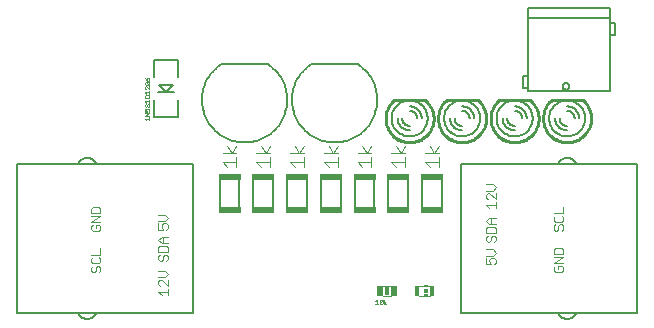
<source format=gto>
G75*
G70*
%OFA0B0*%
%FSLAX24Y24*%
%IPPOS*%
%LPD*%
%AMOC8*
5,1,8,0,0,1.08239X$1,22.5*
%
%ADD10C,0.0100*%
%ADD11C,0.0060*%
%ADD12C,0.0080*%
%ADD13C,0.0050*%
%ADD14C,0.0010*%
%ADD15R,0.0720X0.0230*%
%ADD16C,0.0040*%
%ADD17R,0.0197X0.0374*%
%ADD18R,0.0180X0.0300*%
%ADD19R,0.0157X0.0354*%
%ADD20R,0.0118X0.0059*%
%ADD21R,0.0118X0.0118*%
D10*
X013630Y006655D02*
X013678Y006685D01*
X013723Y006718D01*
X013766Y006754D01*
X013807Y006792D01*
X013844Y006834D01*
X013879Y006878D01*
X013910Y006924D01*
X013939Y006973D01*
X013963Y007023D01*
X013984Y007075D01*
X014002Y007129D01*
X014015Y007183D01*
X014025Y007238D01*
X014031Y007294D01*
X014033Y007350D01*
X013652Y006669D02*
X013604Y006641D01*
X013555Y006617D01*
X013503Y006597D01*
X013451Y006580D01*
X013397Y006567D01*
X013343Y006558D01*
X013288Y006552D01*
X013233Y006550D01*
X013177Y006552D01*
X013120Y006558D01*
X013065Y006568D01*
X013010Y006582D01*
X012957Y006599D01*
X012904Y006621D01*
X012854Y006646D01*
X012433Y007350D02*
X012435Y007404D01*
X012440Y007457D01*
X012449Y007511D01*
X012462Y007563D01*
X012478Y007614D01*
X012498Y007665D01*
X012520Y007714D01*
X012546Y007761D01*
X012576Y007806D01*
X012608Y007849D01*
X012643Y007890D01*
X012681Y007929D01*
X012721Y007965D01*
X012733Y007970D02*
X013733Y007970D01*
X014483Y007970D02*
X015483Y007970D01*
X016233Y007970D02*
X017233Y007970D01*
X017983Y007970D02*
X018983Y007970D01*
X018902Y006669D02*
X018854Y006641D01*
X018805Y006617D01*
X018753Y006597D01*
X018701Y006580D01*
X018647Y006567D01*
X018593Y006558D01*
X018538Y006552D01*
X018483Y006550D01*
X018880Y006655D02*
X018928Y006685D01*
X018973Y006718D01*
X019016Y006754D01*
X019057Y006792D01*
X019094Y006834D01*
X019129Y006878D01*
X019160Y006924D01*
X019189Y006973D01*
X019213Y007023D01*
X019234Y007075D01*
X019252Y007129D01*
X019265Y007183D01*
X019275Y007238D01*
X019281Y007294D01*
X019283Y007350D01*
X018483Y006550D02*
X018427Y006552D01*
X018370Y006558D01*
X018315Y006568D01*
X018260Y006582D01*
X018207Y006599D01*
X018154Y006621D01*
X018104Y006646D01*
X017683Y007350D02*
X017685Y007404D01*
X017690Y007457D01*
X017699Y007511D01*
X017712Y007563D01*
X017728Y007614D01*
X017748Y007665D01*
X017770Y007714D01*
X017796Y007761D01*
X017826Y007806D01*
X017858Y007849D01*
X017893Y007890D01*
X017931Y007929D01*
X017971Y007965D01*
X017683Y007350D02*
X017685Y007296D01*
X017690Y007242D01*
X017699Y007189D01*
X017712Y007136D01*
X017728Y007085D01*
X017748Y007035D01*
X017771Y006986D01*
X017797Y006938D01*
X017826Y006893D01*
X017859Y006850D01*
X017894Y006809D01*
X017932Y006770D01*
X017972Y006734D01*
X018015Y006701D01*
X018060Y006671D01*
X018107Y006644D01*
X019283Y007350D02*
X019281Y007403D01*
X019276Y007457D01*
X019267Y007509D01*
X019255Y007561D01*
X019239Y007612D01*
X019220Y007662D01*
X019197Y007711D01*
X019171Y007758D01*
X019143Y007803D01*
X019111Y007846D01*
X019077Y007886D01*
X019039Y007925D01*
X019000Y007961D01*
X017152Y006669D02*
X017104Y006641D01*
X017055Y006617D01*
X017003Y006597D01*
X016951Y006580D01*
X016897Y006567D01*
X016843Y006558D01*
X016788Y006552D01*
X016733Y006550D01*
X017130Y006655D02*
X017178Y006685D01*
X017223Y006718D01*
X017266Y006754D01*
X017307Y006792D01*
X017344Y006834D01*
X017379Y006878D01*
X017410Y006924D01*
X017439Y006973D01*
X017463Y007023D01*
X017484Y007075D01*
X017502Y007129D01*
X017515Y007183D01*
X017525Y007238D01*
X017531Y007294D01*
X017533Y007350D01*
X016733Y006550D02*
X016677Y006552D01*
X016620Y006558D01*
X016565Y006568D01*
X016510Y006582D01*
X016457Y006599D01*
X016404Y006621D01*
X016354Y006646D01*
X015933Y007350D02*
X015935Y007404D01*
X015940Y007457D01*
X015949Y007511D01*
X015962Y007563D01*
X015978Y007614D01*
X015998Y007665D01*
X016020Y007714D01*
X016046Y007761D01*
X016076Y007806D01*
X016108Y007849D01*
X016143Y007890D01*
X016181Y007929D01*
X016221Y007965D01*
X015933Y007350D02*
X015935Y007296D01*
X015940Y007242D01*
X015949Y007189D01*
X015962Y007136D01*
X015978Y007085D01*
X015998Y007035D01*
X016021Y006986D01*
X016047Y006938D01*
X016076Y006893D01*
X016109Y006850D01*
X016144Y006809D01*
X016182Y006770D01*
X016222Y006734D01*
X016265Y006701D01*
X016310Y006671D01*
X016357Y006644D01*
X017533Y007350D02*
X017531Y007403D01*
X017526Y007457D01*
X017517Y007509D01*
X017505Y007561D01*
X017489Y007612D01*
X017470Y007662D01*
X017447Y007711D01*
X017421Y007758D01*
X017393Y007803D01*
X017361Y007846D01*
X017327Y007886D01*
X017289Y007925D01*
X017250Y007961D01*
X015402Y006669D02*
X015354Y006641D01*
X015305Y006617D01*
X015253Y006597D01*
X015201Y006580D01*
X015147Y006567D01*
X015093Y006558D01*
X015038Y006552D01*
X014983Y006550D01*
X015380Y006655D02*
X015428Y006685D01*
X015473Y006718D01*
X015516Y006754D01*
X015557Y006792D01*
X015594Y006834D01*
X015629Y006878D01*
X015660Y006924D01*
X015689Y006973D01*
X015713Y007023D01*
X015734Y007075D01*
X015752Y007129D01*
X015765Y007183D01*
X015775Y007238D01*
X015781Y007294D01*
X015783Y007350D01*
X014983Y006550D02*
X014927Y006552D01*
X014870Y006558D01*
X014815Y006568D01*
X014760Y006582D01*
X014707Y006599D01*
X014654Y006621D01*
X014604Y006646D01*
X014183Y007350D02*
X014185Y007404D01*
X014190Y007457D01*
X014199Y007511D01*
X014212Y007563D01*
X014228Y007614D01*
X014248Y007665D01*
X014270Y007714D01*
X014296Y007761D01*
X014326Y007806D01*
X014358Y007849D01*
X014393Y007890D01*
X014431Y007929D01*
X014471Y007965D01*
X014183Y007350D02*
X014185Y007296D01*
X014190Y007242D01*
X014199Y007189D01*
X014212Y007136D01*
X014228Y007085D01*
X014248Y007035D01*
X014271Y006986D01*
X014297Y006938D01*
X014326Y006893D01*
X014359Y006850D01*
X014394Y006809D01*
X014432Y006770D01*
X014472Y006734D01*
X014515Y006701D01*
X014560Y006671D01*
X014607Y006644D01*
X015783Y007350D02*
X015781Y007403D01*
X015776Y007457D01*
X015767Y007509D01*
X015755Y007561D01*
X015739Y007612D01*
X015720Y007662D01*
X015697Y007711D01*
X015671Y007758D01*
X015643Y007803D01*
X015611Y007846D01*
X015577Y007886D01*
X015539Y007925D01*
X015500Y007961D01*
X012857Y006644D02*
X012810Y006671D01*
X012765Y006701D01*
X012722Y006734D01*
X012682Y006770D01*
X012644Y006809D01*
X012609Y006850D01*
X012576Y006893D01*
X012547Y006938D01*
X012521Y006986D01*
X012498Y007035D01*
X012478Y007085D01*
X012462Y007136D01*
X012449Y007189D01*
X012440Y007242D01*
X012435Y007296D01*
X012433Y007350D01*
X013750Y007961D02*
X013789Y007925D01*
X013827Y007886D01*
X013861Y007846D01*
X013893Y007803D01*
X013921Y007758D01*
X013947Y007711D01*
X013970Y007662D01*
X013989Y007612D01*
X014005Y007561D01*
X014017Y007509D01*
X014026Y007457D01*
X014031Y007403D01*
X014033Y007350D01*
D11*
X013632Y006902D02*
X013594Y006871D01*
X013554Y006843D01*
X013512Y006819D01*
X013469Y006798D01*
X013423Y006781D01*
X013377Y006768D01*
X013329Y006758D01*
X013281Y006752D01*
X013233Y006750D01*
X012633Y007350D02*
X012635Y007397D01*
X012641Y007445D01*
X012650Y007491D01*
X012663Y007537D01*
X012679Y007581D01*
X012700Y007625D01*
X012723Y007666D01*
X012749Y007705D01*
X012779Y007742D01*
X012812Y007777D01*
X012847Y007809D01*
X012884Y007838D01*
X013833Y007350D02*
X013831Y007305D01*
X013826Y007259D01*
X013818Y007215D01*
X013806Y007171D01*
X013790Y007128D01*
X013772Y007086D01*
X013750Y007046D01*
X013726Y007008D01*
X013699Y006972D01*
X013669Y006937D01*
X013636Y006906D01*
X013601Y006876D01*
X013233Y007950D02*
X013186Y007948D01*
X013139Y007943D01*
X013093Y007933D01*
X013047Y007920D01*
X013003Y007904D01*
X012960Y007884D01*
X012919Y007861D01*
X012880Y007835D01*
X012843Y007806D01*
X013233Y007950D02*
X013279Y007948D01*
X013325Y007943D01*
X013371Y007934D01*
X013415Y007922D01*
X013459Y007906D01*
X013501Y007887D01*
X013542Y007865D01*
X013580Y007839D01*
X013617Y007811D01*
X013233Y007750D02*
X013272Y007748D01*
X013311Y007742D01*
X013349Y007733D01*
X013386Y007720D01*
X013422Y007703D01*
X013455Y007683D01*
X013487Y007659D01*
X013516Y007633D01*
X013542Y007604D01*
X013566Y007572D01*
X013586Y007539D01*
X013603Y007503D01*
X013616Y007466D01*
X013625Y007428D01*
X013631Y007389D01*
X013633Y007350D01*
X013233Y006750D02*
X013187Y006752D01*
X013141Y006757D01*
X013095Y006766D01*
X013051Y006778D01*
X013007Y006794D01*
X012965Y006813D01*
X012924Y006835D01*
X012886Y006861D01*
X012849Y006889D01*
X013833Y007350D02*
X013831Y007395D01*
X013826Y007441D01*
X013818Y007485D01*
X013806Y007529D01*
X013790Y007572D01*
X013772Y007614D01*
X013750Y007654D01*
X013726Y007692D01*
X013699Y007728D01*
X013669Y007763D01*
X013636Y007794D01*
X013601Y007824D01*
X013233Y007600D02*
X013263Y007598D01*
X013293Y007593D01*
X013322Y007584D01*
X013349Y007571D01*
X013375Y007556D01*
X013399Y007537D01*
X013420Y007516D01*
X013439Y007492D01*
X013454Y007466D01*
X013467Y007439D01*
X013476Y007410D01*
X013481Y007380D01*
X013483Y007350D01*
X013233Y006950D02*
X013194Y006952D01*
X013155Y006958D01*
X013117Y006967D01*
X013080Y006980D01*
X013044Y006997D01*
X013011Y007017D01*
X012979Y007041D01*
X012950Y007067D01*
X012924Y007096D01*
X012900Y007128D01*
X012880Y007161D01*
X012863Y007197D01*
X012850Y007234D01*
X012841Y007272D01*
X012835Y007311D01*
X012833Y007350D01*
X012983Y007350D02*
X012985Y007320D01*
X012990Y007290D01*
X012999Y007261D01*
X013012Y007234D01*
X013027Y007208D01*
X013046Y007184D01*
X013067Y007163D01*
X013091Y007144D01*
X013117Y007129D01*
X013144Y007116D01*
X013173Y007107D01*
X013203Y007102D01*
X013233Y007100D01*
X012873Y006870D02*
X012837Y006899D01*
X012803Y006931D01*
X012772Y006966D01*
X012744Y007002D01*
X012719Y007041D01*
X012696Y007082D01*
X012677Y007124D01*
X012661Y007167D01*
X012649Y007212D01*
X012640Y007258D01*
X012635Y007304D01*
X012633Y007350D01*
X014983Y007950D02*
X015029Y007948D01*
X015075Y007943D01*
X015121Y007934D01*
X015165Y007922D01*
X015209Y007906D01*
X015251Y007887D01*
X015292Y007865D01*
X015330Y007839D01*
X015367Y007811D01*
X015382Y006902D02*
X015344Y006871D01*
X015304Y006843D01*
X015262Y006819D01*
X015219Y006798D01*
X015173Y006781D01*
X015127Y006768D01*
X015079Y006758D01*
X015031Y006752D01*
X014983Y006750D01*
X014383Y007350D02*
X014385Y007397D01*
X014391Y007445D01*
X014400Y007491D01*
X014413Y007537D01*
X014429Y007581D01*
X014450Y007625D01*
X014473Y007666D01*
X014499Y007705D01*
X014529Y007742D01*
X014562Y007777D01*
X014597Y007809D01*
X014634Y007838D01*
X015583Y007350D02*
X015581Y007305D01*
X015576Y007259D01*
X015568Y007215D01*
X015556Y007171D01*
X015540Y007128D01*
X015522Y007086D01*
X015500Y007046D01*
X015476Y007008D01*
X015449Y006972D01*
X015419Y006937D01*
X015386Y006906D01*
X015351Y006876D01*
X014983Y007950D02*
X014936Y007948D01*
X014889Y007943D01*
X014843Y007933D01*
X014797Y007920D01*
X014753Y007904D01*
X014710Y007884D01*
X014669Y007861D01*
X014630Y007835D01*
X014593Y007806D01*
X014983Y007750D02*
X015022Y007748D01*
X015061Y007742D01*
X015099Y007733D01*
X015136Y007720D01*
X015172Y007703D01*
X015205Y007683D01*
X015237Y007659D01*
X015266Y007633D01*
X015292Y007604D01*
X015316Y007572D01*
X015336Y007539D01*
X015353Y007503D01*
X015366Y007466D01*
X015375Y007428D01*
X015381Y007389D01*
X015383Y007350D01*
X014983Y006750D02*
X014937Y006752D01*
X014891Y006757D01*
X014845Y006766D01*
X014801Y006778D01*
X014757Y006794D01*
X014715Y006813D01*
X014674Y006835D01*
X014636Y006861D01*
X014599Y006889D01*
X015583Y007350D02*
X015581Y007395D01*
X015576Y007441D01*
X015568Y007485D01*
X015556Y007529D01*
X015540Y007572D01*
X015522Y007614D01*
X015500Y007654D01*
X015476Y007692D01*
X015449Y007728D01*
X015419Y007763D01*
X015386Y007794D01*
X015351Y007824D01*
X014983Y007600D02*
X015013Y007598D01*
X015043Y007593D01*
X015072Y007584D01*
X015099Y007571D01*
X015125Y007556D01*
X015149Y007537D01*
X015170Y007516D01*
X015189Y007492D01*
X015204Y007466D01*
X015217Y007439D01*
X015226Y007410D01*
X015231Y007380D01*
X015233Y007350D01*
X014983Y006950D02*
X014944Y006952D01*
X014905Y006958D01*
X014867Y006967D01*
X014830Y006980D01*
X014794Y006997D01*
X014761Y007017D01*
X014729Y007041D01*
X014700Y007067D01*
X014674Y007096D01*
X014650Y007128D01*
X014630Y007161D01*
X014613Y007197D01*
X014600Y007234D01*
X014591Y007272D01*
X014585Y007311D01*
X014583Y007350D01*
X014733Y007350D02*
X014735Y007320D01*
X014740Y007290D01*
X014749Y007261D01*
X014762Y007234D01*
X014777Y007208D01*
X014796Y007184D01*
X014817Y007163D01*
X014841Y007144D01*
X014867Y007129D01*
X014894Y007116D01*
X014923Y007107D01*
X014953Y007102D01*
X014983Y007100D01*
X014623Y006870D02*
X014587Y006899D01*
X014553Y006931D01*
X014522Y006966D01*
X014494Y007002D01*
X014469Y007041D01*
X014446Y007082D01*
X014427Y007124D01*
X014411Y007167D01*
X014399Y007212D01*
X014390Y007258D01*
X014385Y007304D01*
X014383Y007350D01*
X016733Y007950D02*
X016779Y007948D01*
X016825Y007943D01*
X016871Y007934D01*
X016915Y007922D01*
X016959Y007906D01*
X017001Y007887D01*
X017042Y007865D01*
X017080Y007839D01*
X017117Y007811D01*
X017132Y006902D02*
X017094Y006871D01*
X017054Y006843D01*
X017012Y006819D01*
X016969Y006798D01*
X016923Y006781D01*
X016877Y006768D01*
X016829Y006758D01*
X016781Y006752D01*
X016733Y006750D01*
X016133Y007350D02*
X016135Y007397D01*
X016141Y007445D01*
X016150Y007491D01*
X016163Y007537D01*
X016179Y007581D01*
X016200Y007625D01*
X016223Y007666D01*
X016249Y007705D01*
X016279Y007742D01*
X016312Y007777D01*
X016347Y007809D01*
X016384Y007838D01*
X017333Y007350D02*
X017331Y007305D01*
X017326Y007259D01*
X017318Y007215D01*
X017306Y007171D01*
X017290Y007128D01*
X017272Y007086D01*
X017250Y007046D01*
X017226Y007008D01*
X017199Y006972D01*
X017169Y006937D01*
X017136Y006906D01*
X017101Y006876D01*
X016733Y007950D02*
X016686Y007948D01*
X016639Y007943D01*
X016593Y007933D01*
X016547Y007920D01*
X016503Y007904D01*
X016460Y007884D01*
X016419Y007861D01*
X016380Y007835D01*
X016343Y007806D01*
X016733Y007750D02*
X016772Y007748D01*
X016811Y007742D01*
X016849Y007733D01*
X016886Y007720D01*
X016922Y007703D01*
X016955Y007683D01*
X016987Y007659D01*
X017016Y007633D01*
X017042Y007604D01*
X017066Y007572D01*
X017086Y007539D01*
X017103Y007503D01*
X017116Y007466D01*
X017125Y007428D01*
X017131Y007389D01*
X017133Y007350D01*
X016733Y006750D02*
X016687Y006752D01*
X016641Y006757D01*
X016595Y006766D01*
X016551Y006778D01*
X016507Y006794D01*
X016465Y006813D01*
X016424Y006835D01*
X016386Y006861D01*
X016349Y006889D01*
X017333Y007350D02*
X017331Y007395D01*
X017326Y007441D01*
X017318Y007485D01*
X017306Y007529D01*
X017290Y007572D01*
X017272Y007614D01*
X017250Y007654D01*
X017226Y007692D01*
X017199Y007728D01*
X017169Y007763D01*
X017136Y007794D01*
X017101Y007824D01*
X016733Y007600D02*
X016763Y007598D01*
X016793Y007593D01*
X016822Y007584D01*
X016849Y007571D01*
X016875Y007556D01*
X016899Y007537D01*
X016920Y007516D01*
X016939Y007492D01*
X016954Y007466D01*
X016967Y007439D01*
X016976Y007410D01*
X016981Y007380D01*
X016983Y007350D01*
X016733Y006950D02*
X016694Y006952D01*
X016655Y006958D01*
X016617Y006967D01*
X016580Y006980D01*
X016544Y006997D01*
X016511Y007017D01*
X016479Y007041D01*
X016450Y007067D01*
X016424Y007096D01*
X016400Y007128D01*
X016380Y007161D01*
X016363Y007197D01*
X016350Y007234D01*
X016341Y007272D01*
X016335Y007311D01*
X016333Y007350D01*
X016483Y007350D02*
X016485Y007320D01*
X016490Y007290D01*
X016499Y007261D01*
X016512Y007234D01*
X016527Y007208D01*
X016546Y007184D01*
X016567Y007163D01*
X016591Y007144D01*
X016617Y007129D01*
X016644Y007116D01*
X016673Y007107D01*
X016703Y007102D01*
X016733Y007100D01*
X016373Y006870D02*
X016337Y006899D01*
X016303Y006931D01*
X016272Y006966D01*
X016244Y007002D01*
X016219Y007041D01*
X016196Y007082D01*
X016177Y007124D01*
X016161Y007167D01*
X016149Y007212D01*
X016140Y007258D01*
X016135Y007304D01*
X016133Y007350D01*
X018483Y007950D02*
X018529Y007948D01*
X018575Y007943D01*
X018621Y007934D01*
X018665Y007922D01*
X018709Y007906D01*
X018751Y007887D01*
X018792Y007865D01*
X018830Y007839D01*
X018867Y007811D01*
X018882Y006902D02*
X018844Y006871D01*
X018804Y006843D01*
X018762Y006819D01*
X018719Y006798D01*
X018673Y006781D01*
X018627Y006768D01*
X018579Y006758D01*
X018531Y006752D01*
X018483Y006750D01*
X017883Y007350D02*
X017885Y007397D01*
X017891Y007445D01*
X017900Y007491D01*
X017913Y007537D01*
X017929Y007581D01*
X017950Y007625D01*
X017973Y007666D01*
X017999Y007705D01*
X018029Y007742D01*
X018062Y007777D01*
X018097Y007809D01*
X018134Y007838D01*
X019083Y007350D02*
X019081Y007305D01*
X019076Y007259D01*
X019068Y007215D01*
X019056Y007171D01*
X019040Y007128D01*
X019022Y007086D01*
X019000Y007046D01*
X018976Y007008D01*
X018949Y006972D01*
X018919Y006937D01*
X018886Y006906D01*
X018851Y006876D01*
X018483Y007950D02*
X018436Y007948D01*
X018389Y007943D01*
X018343Y007933D01*
X018297Y007920D01*
X018253Y007904D01*
X018210Y007884D01*
X018169Y007861D01*
X018130Y007835D01*
X018093Y007806D01*
X018483Y007750D02*
X018522Y007748D01*
X018561Y007742D01*
X018599Y007733D01*
X018636Y007720D01*
X018672Y007703D01*
X018705Y007683D01*
X018737Y007659D01*
X018766Y007633D01*
X018792Y007604D01*
X018816Y007572D01*
X018836Y007539D01*
X018853Y007503D01*
X018866Y007466D01*
X018875Y007428D01*
X018881Y007389D01*
X018883Y007350D01*
X018483Y006750D02*
X018437Y006752D01*
X018391Y006757D01*
X018345Y006766D01*
X018301Y006778D01*
X018257Y006794D01*
X018215Y006813D01*
X018174Y006835D01*
X018136Y006861D01*
X018099Y006889D01*
X019083Y007350D02*
X019081Y007395D01*
X019076Y007441D01*
X019068Y007485D01*
X019056Y007529D01*
X019040Y007572D01*
X019022Y007614D01*
X019000Y007654D01*
X018976Y007692D01*
X018949Y007728D01*
X018919Y007763D01*
X018886Y007794D01*
X018851Y007824D01*
X018483Y007600D02*
X018513Y007598D01*
X018543Y007593D01*
X018572Y007584D01*
X018599Y007571D01*
X018625Y007556D01*
X018649Y007537D01*
X018670Y007516D01*
X018689Y007492D01*
X018704Y007466D01*
X018717Y007439D01*
X018726Y007410D01*
X018731Y007380D01*
X018733Y007350D01*
X018483Y006950D02*
X018444Y006952D01*
X018405Y006958D01*
X018367Y006967D01*
X018330Y006980D01*
X018294Y006997D01*
X018261Y007017D01*
X018229Y007041D01*
X018200Y007067D01*
X018174Y007096D01*
X018150Y007128D01*
X018130Y007161D01*
X018113Y007197D01*
X018100Y007234D01*
X018091Y007272D01*
X018085Y007311D01*
X018083Y007350D01*
X018233Y007350D02*
X018235Y007320D01*
X018240Y007290D01*
X018249Y007261D01*
X018262Y007234D01*
X018277Y007208D01*
X018296Y007184D01*
X018317Y007163D01*
X018341Y007144D01*
X018367Y007129D01*
X018394Y007116D01*
X018423Y007107D01*
X018453Y007102D01*
X018483Y007100D01*
X018123Y006870D02*
X018087Y006899D01*
X018053Y006931D01*
X018022Y006966D01*
X017994Y007002D01*
X017969Y007041D01*
X017946Y007082D01*
X017927Y007124D01*
X017911Y007167D01*
X017899Y007212D01*
X017890Y007258D01*
X017885Y007304D01*
X017883Y007350D01*
X014313Y005300D02*
X014313Y004400D01*
X013653Y004400D02*
X013653Y005300D01*
X013188Y005300D02*
X013188Y004400D01*
X012528Y004400D02*
X012528Y005300D01*
X012063Y005300D02*
X012063Y004400D01*
X011403Y004400D02*
X011403Y005300D01*
X010938Y005300D02*
X010938Y004400D01*
X010278Y004400D02*
X010278Y005300D01*
X009813Y005300D02*
X009813Y004400D01*
X009153Y004400D02*
X009153Y005300D01*
X008688Y005300D02*
X008688Y004400D01*
X008028Y004400D02*
X008028Y005300D01*
X007563Y005300D02*
X007563Y004400D01*
X006903Y004400D02*
X006903Y005300D01*
D12*
X002187Y000860D02*
X000140Y000860D01*
X000140Y005840D01*
X002187Y005840D01*
X002778Y005840D01*
X006004Y005840D01*
X006004Y000860D01*
X002187Y000860D01*
X002188Y000860D02*
X002202Y000829D01*
X002220Y000800D01*
X002241Y000773D01*
X002265Y000749D01*
X002291Y000727D01*
X002320Y000708D01*
X002350Y000692D01*
X002382Y000679D01*
X002415Y000670D01*
X002449Y000665D01*
X002483Y000663D01*
X002517Y000665D01*
X002551Y000670D01*
X002584Y000679D01*
X002616Y000692D01*
X002646Y000708D01*
X002675Y000727D01*
X002701Y000749D01*
X002725Y000773D01*
X002746Y000800D01*
X002764Y000829D01*
X002778Y000860D01*
X002778Y005840D02*
X002764Y005871D01*
X002746Y005900D01*
X002725Y005927D01*
X002701Y005951D01*
X002675Y005973D01*
X002646Y005992D01*
X002616Y006008D01*
X002584Y006021D01*
X002551Y006030D01*
X002517Y006035D01*
X002483Y006037D01*
X002449Y006035D01*
X002415Y006030D01*
X002382Y006021D01*
X002350Y006008D01*
X002320Y005992D01*
X002291Y005973D01*
X002265Y005951D01*
X002241Y005927D01*
X002220Y005900D01*
X002202Y005871D01*
X002188Y005840D01*
X004714Y007405D02*
X004714Y007956D01*
X004832Y008232D02*
X005108Y008232D01*
X004871Y008468D01*
X005344Y008468D01*
X005108Y008232D01*
X005383Y008232D01*
X005501Y007956D02*
X005501Y007405D01*
X004714Y007405D01*
X004714Y008744D02*
X004714Y009295D01*
X005501Y009295D01*
X005501Y008744D01*
X014961Y005840D02*
X014961Y000860D01*
X018187Y000860D01*
X018778Y000860D01*
X020825Y000860D01*
X020825Y005840D01*
X018778Y005840D01*
X014961Y005840D01*
X018188Y005840D02*
X018202Y005871D01*
X018220Y005900D01*
X018241Y005927D01*
X018265Y005951D01*
X018291Y005973D01*
X018320Y005992D01*
X018350Y006008D01*
X018382Y006021D01*
X018415Y006030D01*
X018449Y006035D01*
X018483Y006037D01*
X018517Y006035D01*
X018551Y006030D01*
X018584Y006021D01*
X018616Y006008D01*
X018646Y005992D01*
X018675Y005973D01*
X018701Y005951D01*
X018725Y005927D01*
X018746Y005900D01*
X018764Y005871D01*
X018778Y005840D01*
X019921Y008261D02*
X017166Y008261D01*
X017166Y010702D01*
X019921Y010702D01*
X019921Y008261D01*
X017166Y008360D02*
X017008Y008360D01*
X017008Y008754D01*
X017166Y008754D01*
X019921Y010131D02*
X020079Y010131D01*
X020079Y010525D01*
X019921Y010525D01*
X019921Y010702D02*
X019921Y011017D01*
X017166Y011017D01*
X017166Y010702D01*
X018188Y000860D02*
X018202Y000829D01*
X018220Y000800D01*
X018241Y000773D01*
X018265Y000749D01*
X018291Y000727D01*
X018320Y000708D01*
X018350Y000692D01*
X018382Y000679D01*
X018415Y000670D01*
X018449Y000665D01*
X018483Y000663D01*
X018517Y000665D01*
X018551Y000670D01*
X018584Y000679D01*
X018616Y000692D01*
X018646Y000708D01*
X018675Y000727D01*
X018701Y000749D01*
X018725Y000773D01*
X018746Y000800D01*
X018764Y000829D01*
X018778Y000860D01*
D13*
X011521Y009150D02*
X011582Y009106D01*
X011640Y009060D01*
X011697Y009011D01*
X011750Y008959D01*
X011801Y008904D01*
X011849Y008846D01*
X011893Y008786D01*
X011935Y008724D01*
X011973Y008660D01*
X012008Y008594D01*
X012039Y008526D01*
X012066Y008456D01*
X012090Y008385D01*
X012110Y008313D01*
X012127Y008240D01*
X012139Y008167D01*
X012148Y008092D01*
X012152Y008018D01*
X012153Y007943D01*
X012149Y007868D01*
X012142Y007794D01*
X012131Y007720D01*
X012116Y007647D01*
X012097Y007574D01*
X012075Y007503D01*
X012048Y007433D01*
X012018Y007365D01*
X011985Y007298D01*
X011948Y007233D01*
X011908Y007170D01*
X011864Y007109D01*
X011817Y007051D01*
X011767Y006995D01*
X011715Y006942D01*
X011659Y006892D01*
X011602Y006845D01*
X011541Y006800D01*
X011479Y006760D01*
X011414Y006722D01*
X011347Y006688D01*
X011279Y006657D01*
X011210Y006630D01*
X011138Y006607D01*
X011066Y006588D01*
X010993Y006572D01*
X010919Y006560D01*
X010845Y006552D01*
X010770Y006548D01*
X010696Y006548D01*
X010621Y006552D01*
X010547Y006560D01*
X010473Y006572D01*
X010400Y006588D01*
X010328Y006607D01*
X010256Y006630D01*
X010187Y006657D01*
X010119Y006688D01*
X010052Y006722D01*
X009987Y006760D01*
X009925Y006800D01*
X009864Y006845D01*
X009807Y006892D01*
X009751Y006942D01*
X009699Y006995D01*
X009649Y007051D01*
X009602Y007109D01*
X009558Y007170D01*
X009518Y007233D01*
X009481Y007298D01*
X009448Y007365D01*
X009418Y007433D01*
X009391Y007503D01*
X009369Y007574D01*
X009350Y007647D01*
X009335Y007720D01*
X009324Y007794D01*
X009317Y007868D01*
X009313Y007943D01*
X009314Y008018D01*
X009318Y008092D01*
X009327Y008167D01*
X009339Y008240D01*
X009356Y008313D01*
X009376Y008385D01*
X009400Y008456D01*
X009427Y008526D01*
X009458Y008594D01*
X009493Y008660D01*
X009531Y008724D01*
X009573Y008786D01*
X009617Y008846D01*
X009665Y008904D01*
X009716Y008959D01*
X009769Y009011D01*
X009826Y009060D01*
X009884Y009106D01*
X009945Y009150D01*
X009945Y009149D02*
X011520Y009149D01*
X008520Y009149D02*
X006945Y009149D01*
X006945Y009150D02*
X006884Y009106D01*
X006826Y009060D01*
X006769Y009011D01*
X006716Y008959D01*
X006665Y008904D01*
X006617Y008846D01*
X006573Y008786D01*
X006531Y008724D01*
X006493Y008660D01*
X006458Y008594D01*
X006427Y008526D01*
X006400Y008456D01*
X006376Y008385D01*
X006356Y008313D01*
X006339Y008240D01*
X006327Y008167D01*
X006318Y008092D01*
X006314Y008018D01*
X006313Y007943D01*
X006317Y007868D01*
X006324Y007794D01*
X006335Y007720D01*
X006350Y007647D01*
X006369Y007574D01*
X006391Y007503D01*
X006418Y007433D01*
X006448Y007365D01*
X006481Y007298D01*
X006518Y007233D01*
X006558Y007170D01*
X006602Y007109D01*
X006649Y007051D01*
X006699Y006995D01*
X006751Y006942D01*
X006807Y006892D01*
X006864Y006845D01*
X006925Y006800D01*
X006987Y006760D01*
X007052Y006722D01*
X007119Y006688D01*
X007187Y006657D01*
X007256Y006630D01*
X007328Y006607D01*
X007400Y006588D01*
X007473Y006572D01*
X007547Y006560D01*
X007621Y006552D01*
X007696Y006548D01*
X007770Y006548D01*
X007845Y006552D01*
X007919Y006560D01*
X007993Y006572D01*
X008066Y006588D01*
X008138Y006607D01*
X008210Y006630D01*
X008279Y006657D01*
X008347Y006688D01*
X008414Y006722D01*
X008479Y006760D01*
X008541Y006800D01*
X008602Y006845D01*
X008659Y006892D01*
X008715Y006942D01*
X008767Y006995D01*
X008817Y007051D01*
X008864Y007109D01*
X008908Y007170D01*
X008948Y007233D01*
X008985Y007298D01*
X009018Y007365D01*
X009048Y007433D01*
X009075Y007503D01*
X009097Y007574D01*
X009116Y007647D01*
X009131Y007720D01*
X009142Y007794D01*
X009149Y007868D01*
X009153Y007943D01*
X009152Y008018D01*
X009148Y008092D01*
X009139Y008167D01*
X009127Y008240D01*
X009110Y008313D01*
X009090Y008385D01*
X009066Y008456D01*
X009039Y008526D01*
X009008Y008594D01*
X008973Y008660D01*
X008935Y008724D01*
X008893Y008786D01*
X008849Y008846D01*
X008801Y008904D01*
X008750Y008959D01*
X008697Y009011D01*
X008640Y009060D01*
X008582Y009106D01*
X008521Y009150D01*
X018334Y008419D02*
X018336Y008439D01*
X018341Y008459D01*
X018351Y008477D01*
X018363Y008494D01*
X018378Y008508D01*
X018396Y008518D01*
X018415Y008526D01*
X018435Y008530D01*
X018455Y008530D01*
X018475Y008526D01*
X018494Y008518D01*
X018512Y008508D01*
X018527Y008494D01*
X018539Y008477D01*
X018549Y008459D01*
X018554Y008439D01*
X018556Y008419D01*
X018554Y008399D01*
X018549Y008379D01*
X018539Y008361D01*
X018527Y008344D01*
X018512Y008330D01*
X018494Y008320D01*
X018475Y008312D01*
X018455Y008308D01*
X018435Y008308D01*
X018415Y008312D01*
X018396Y008320D01*
X018378Y008330D01*
X018363Y008344D01*
X018351Y008361D01*
X018341Y008379D01*
X018336Y008399D01*
X018334Y008419D01*
D14*
X015999Y005151D02*
X015792Y005151D01*
X015999Y005151D02*
X016103Y005048D01*
X015999Y004944D01*
X015792Y004944D01*
X015844Y004856D02*
X015792Y004805D01*
X015792Y004701D01*
X015844Y004650D01*
X015896Y004856D02*
X016103Y004650D01*
X016103Y004856D01*
X015896Y004856D02*
X015844Y004856D01*
X016103Y004562D02*
X016103Y004355D01*
X016103Y004458D02*
X015792Y004458D01*
X015896Y004355D01*
X015896Y004026D02*
X016103Y004026D01*
X015947Y004026D02*
X015947Y003819D01*
X015896Y003819D02*
X016103Y003819D01*
X016051Y003731D02*
X015844Y003731D01*
X015792Y003680D01*
X015792Y003525D01*
X016103Y003525D01*
X016103Y003680D01*
X016051Y003731D01*
X015896Y003819D02*
X015792Y003923D01*
X015896Y004026D01*
X015844Y003437D02*
X015792Y003385D01*
X015792Y003282D01*
X015844Y003230D01*
X015896Y003230D01*
X015947Y003282D01*
X015947Y003385D01*
X015999Y003437D01*
X016051Y003437D01*
X016103Y003385D01*
X016103Y003282D01*
X016051Y003230D01*
X015999Y002981D02*
X015792Y002981D01*
X015999Y002981D02*
X016103Y002878D01*
X015999Y002775D01*
X015792Y002775D01*
X015792Y002687D02*
X015792Y002480D01*
X015947Y002480D01*
X015896Y002583D01*
X015896Y002635D01*
X015947Y002687D01*
X016051Y002687D01*
X016103Y002635D01*
X016103Y002532D01*
X016051Y002480D01*
X018042Y002525D02*
X018353Y002731D01*
X018042Y002731D01*
X018042Y002819D02*
X018042Y002974D01*
X018094Y003026D01*
X018301Y003026D01*
X018353Y002974D01*
X018353Y002819D01*
X018042Y002819D01*
X018042Y002525D02*
X018353Y002525D01*
X018301Y002437D02*
X018197Y002437D01*
X018197Y002333D01*
X018094Y002230D02*
X018042Y002282D01*
X018042Y002385D01*
X018094Y002437D01*
X018301Y002437D02*
X018353Y002385D01*
X018353Y002282D01*
X018301Y002230D01*
X018094Y002230D01*
X018094Y003605D02*
X018146Y003605D01*
X018197Y003657D01*
X018197Y003760D01*
X018249Y003812D01*
X018301Y003812D01*
X018353Y003760D01*
X018353Y003657D01*
X018301Y003605D01*
X018094Y003605D02*
X018042Y003657D01*
X018042Y003760D01*
X018094Y003812D01*
X018094Y003900D02*
X018301Y003900D01*
X018353Y003951D01*
X018353Y004055D01*
X018301Y004106D01*
X018353Y004194D02*
X018042Y004194D01*
X018094Y004106D02*
X018042Y004055D01*
X018042Y003951D01*
X018094Y003900D01*
X018353Y004194D02*
X018353Y004401D01*
X012457Y001255D02*
X012382Y001205D01*
X012457Y001155D01*
X012382Y001155D02*
X012382Y001305D01*
X012335Y001280D02*
X012235Y001180D01*
X012260Y001155D01*
X012310Y001155D01*
X012335Y001180D01*
X012335Y001280D01*
X012310Y001305D01*
X012260Y001305D01*
X012235Y001280D01*
X012235Y001180D01*
X012188Y001155D02*
X012088Y001155D01*
X012138Y001155D02*
X012138Y001305D01*
X012088Y001255D01*
X005173Y001471D02*
X005173Y001678D01*
X005173Y001766D02*
X004966Y001973D01*
X004914Y001973D01*
X004862Y001921D01*
X004862Y001817D01*
X004914Y001766D01*
X004862Y001574D02*
X005173Y001574D01*
X005173Y001766D02*
X005173Y001973D01*
X005069Y002060D02*
X004862Y002060D01*
X005069Y002060D02*
X005173Y002164D01*
X005069Y002267D01*
X004862Y002267D01*
X004914Y002596D02*
X004966Y002596D01*
X005017Y002648D01*
X005017Y002751D01*
X005069Y002803D01*
X005121Y002803D01*
X005173Y002751D01*
X005173Y002648D01*
X005121Y002596D01*
X004914Y002596D02*
X004862Y002648D01*
X004862Y002751D01*
X004914Y002803D01*
X004862Y002891D02*
X004862Y003046D01*
X004914Y003098D01*
X005121Y003098D01*
X005173Y003046D01*
X005173Y002891D01*
X004862Y002891D01*
X004966Y003185D02*
X004862Y003289D01*
X004966Y003392D01*
X005173Y003392D01*
X005017Y003392D02*
X005017Y003185D01*
X004966Y003185D02*
X005173Y003185D01*
X005121Y003641D02*
X005173Y003692D01*
X005173Y003796D01*
X005121Y003848D01*
X005017Y003848D01*
X004966Y003796D01*
X004966Y003744D01*
X005017Y003641D01*
X004862Y003641D01*
X004862Y003848D01*
X004862Y003935D02*
X005069Y003935D01*
X005173Y004039D01*
X005069Y004142D01*
X004862Y004142D01*
X002923Y004185D02*
X002923Y004340D01*
X002871Y004392D01*
X002664Y004392D01*
X002612Y004340D01*
X002612Y004185D01*
X002923Y004185D01*
X002923Y004098D02*
X002612Y004098D01*
X002612Y003891D02*
X002923Y004098D01*
X002923Y003891D02*
X002612Y003891D01*
X002664Y003803D02*
X002612Y003751D01*
X002612Y003648D01*
X002664Y003596D01*
X002871Y003596D01*
X002923Y003648D01*
X002923Y003751D01*
X002871Y003803D01*
X002767Y003803D01*
X002767Y003699D01*
X002923Y003017D02*
X002923Y002810D01*
X002612Y002810D01*
X002664Y002723D02*
X002612Y002671D01*
X002612Y002567D01*
X002664Y002516D01*
X002871Y002516D01*
X002923Y002567D01*
X002923Y002671D01*
X002871Y002723D01*
X002871Y002428D02*
X002923Y002376D01*
X002923Y002273D01*
X002871Y002221D01*
X002767Y002273D02*
X002767Y002376D01*
X002819Y002428D01*
X002871Y002428D01*
X002767Y002273D02*
X002716Y002221D01*
X002664Y002221D01*
X002612Y002273D01*
X002612Y002376D01*
X002664Y002428D01*
X004862Y001574D02*
X004966Y001471D01*
X004563Y007282D02*
X004563Y007382D01*
X004563Y007429D02*
X004412Y007429D01*
X004563Y007529D01*
X004412Y007529D01*
X004412Y007576D02*
X004487Y007576D01*
X004462Y007626D01*
X004462Y007651D01*
X004487Y007676D01*
X004537Y007676D01*
X004563Y007651D01*
X004563Y007601D01*
X004537Y007576D01*
X004412Y007576D02*
X004412Y007676D01*
X004437Y007724D02*
X004462Y007724D01*
X004487Y007749D01*
X004487Y007799D01*
X004512Y007824D01*
X004537Y007824D01*
X004563Y007799D01*
X004563Y007749D01*
X004537Y007724D01*
X004512Y007724D01*
X004487Y007749D01*
X004487Y007799D02*
X004462Y007824D01*
X004437Y007824D01*
X004412Y007799D01*
X004412Y007749D01*
X004437Y007724D01*
X004462Y007871D02*
X004412Y007921D01*
X004563Y007921D01*
X004563Y007871D02*
X004563Y007971D01*
X004563Y008018D02*
X004563Y008093D01*
X004537Y008118D01*
X004437Y008118D01*
X004412Y008093D01*
X004412Y008018D01*
X004563Y008018D01*
X004563Y008166D02*
X004563Y008266D01*
X004563Y008313D02*
X004462Y008413D01*
X004437Y008413D01*
X004412Y008388D01*
X004412Y008338D01*
X004437Y008313D01*
X004412Y008216D02*
X004563Y008216D01*
X004563Y008313D02*
X004563Y008413D01*
X004537Y008460D02*
X004437Y008560D01*
X004537Y008560D01*
X004563Y008535D01*
X004563Y008485D01*
X004537Y008460D01*
X004437Y008460D01*
X004412Y008485D01*
X004412Y008535D01*
X004437Y008560D01*
X004487Y008608D02*
X004487Y008683D01*
X004512Y008708D01*
X004537Y008708D01*
X004563Y008683D01*
X004563Y008633D01*
X004537Y008608D01*
X004487Y008608D01*
X004437Y008658D01*
X004412Y008708D01*
X004412Y008216D02*
X004462Y008166D01*
X004412Y007332D02*
X004563Y007332D01*
X004462Y007282D02*
X004412Y007332D01*
D15*
X007233Y005405D03*
X008358Y005405D03*
X009483Y005405D03*
X010608Y005405D03*
X011733Y005405D03*
X012858Y005405D03*
X013983Y005405D03*
X013983Y004295D03*
X012858Y004295D03*
X011733Y004295D03*
X010608Y004295D03*
X009483Y004295D03*
X008358Y004295D03*
X007233Y004295D03*
D16*
X007156Y005745D02*
X007002Y005898D01*
X007463Y005898D01*
X007463Y005745D02*
X007463Y006052D01*
X007463Y006205D02*
X007002Y006205D01*
X007156Y006436D02*
X007309Y006205D01*
X007463Y006436D01*
X008127Y006205D02*
X008588Y006205D01*
X008588Y006052D02*
X008588Y005745D01*
X008588Y005898D02*
X008127Y005898D01*
X008281Y005745D01*
X008434Y006205D02*
X008281Y006436D01*
X008434Y006205D02*
X008588Y006436D01*
X009252Y006205D02*
X009713Y006205D01*
X009713Y006052D02*
X009713Y005745D01*
X009713Y005898D02*
X009252Y005898D01*
X009406Y005745D01*
X009559Y006205D02*
X009406Y006436D01*
X009559Y006205D02*
X009713Y006436D01*
X010377Y006205D02*
X010838Y006205D01*
X010838Y006052D02*
X010838Y005745D01*
X010838Y005898D02*
X010377Y005898D01*
X010531Y005745D01*
X010684Y006205D02*
X010531Y006436D01*
X010684Y006205D02*
X010838Y006436D01*
X011502Y006205D02*
X011963Y006205D01*
X011963Y006052D02*
X011963Y005745D01*
X011963Y005898D02*
X011502Y005898D01*
X011656Y005745D01*
X011809Y006205D02*
X011656Y006436D01*
X011809Y006205D02*
X011963Y006436D01*
X012627Y006205D02*
X013088Y006205D01*
X013088Y006052D02*
X013088Y005745D01*
X013088Y005898D02*
X012627Y005898D01*
X012781Y005745D01*
X012934Y006205D02*
X012781Y006436D01*
X012934Y006205D02*
X013088Y006436D01*
X013752Y006205D02*
X014213Y006205D01*
X014213Y006052D02*
X014213Y005745D01*
X014213Y005898D02*
X013752Y005898D01*
X013906Y005745D01*
X014059Y006205D02*
X013906Y006436D01*
X014059Y006205D02*
X014213Y006436D01*
X013910Y001757D02*
X013555Y001757D01*
X013555Y001443D02*
X013910Y001443D01*
X012623Y001435D02*
X012342Y001435D01*
X012342Y001770D02*
X012623Y001770D01*
D17*
X012711Y001602D03*
X012251Y001602D03*
D18*
X012483Y001600D03*
D19*
X013477Y001600D03*
X013988Y001600D03*
D20*
X013792Y001452D03*
X013792Y001748D03*
D21*
X013792Y001600D03*
M02*

</source>
